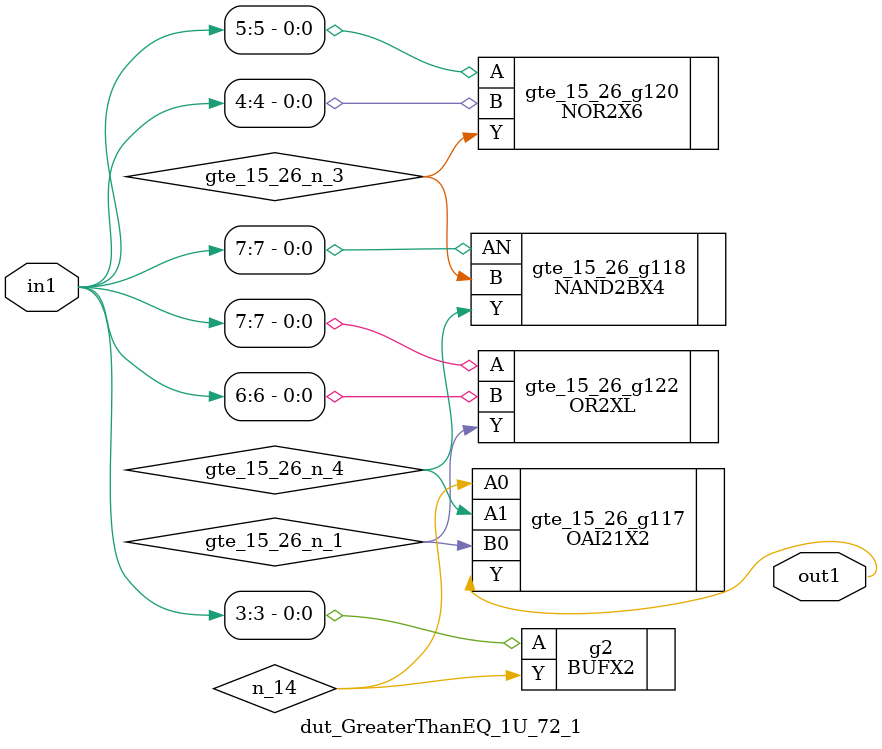
<source format=v>
`timescale 1ps / 1ps


module dut_GreaterThanEQ_1U_72_1(in1, out1);
  input [7:0] in1;
  output out1;
  wire [7:0] in1;
  wire out1;
  wire gte_15_26_n_1, gte_15_26_n_3, gte_15_26_n_4, n_14;
  OAI21X2 gte_15_26_g117(.A0 (n_14), .A1 (gte_15_26_n_4), .B0
       (gte_15_26_n_1), .Y (out1));
  NAND2BX4 gte_15_26_g118(.AN (in1[7]), .B (gte_15_26_n_3), .Y
       (gte_15_26_n_4));
  NOR2X6 gte_15_26_g120(.A (in1[5]), .B (in1[4]), .Y (gte_15_26_n_3));
  OR2XL gte_15_26_g122(.A (in1[7]), .B (in1[6]), .Y (gte_15_26_n_1));
  BUFX2 g2(.A (in1[3]), .Y (n_14));
endmodule



</source>
